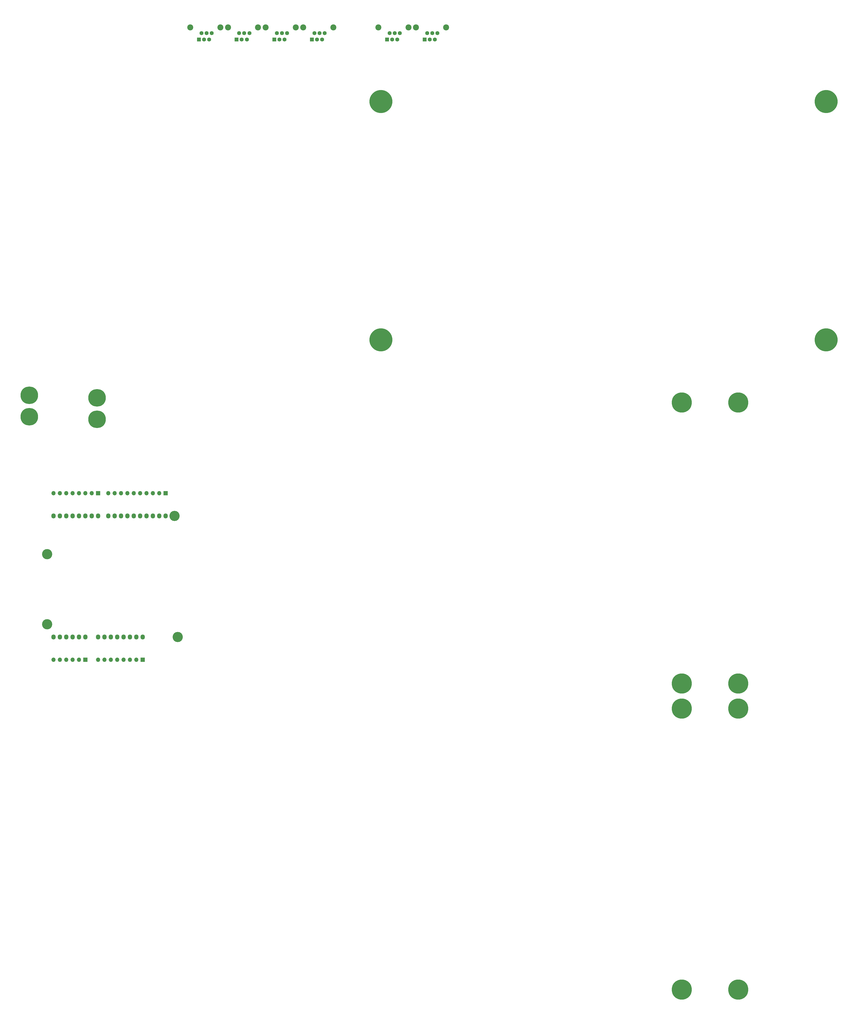
<source format=gbs>
G04 #@! TF.GenerationSoftware,KiCad,Pcbnew,(5.1.9)-1*
G04 #@! TF.CreationDate,2022-01-25T19:13:17-07:00*
G04 #@! TF.ProjectId,Lifting_Mech_PCB_Mount,4c696674-696e-4675-9f4d-6563685f5043,rev?*
G04 #@! TF.SameCoordinates,Original*
G04 #@! TF.FileFunction,Soldermask,Bot*
G04 #@! TF.FilePolarity,Negative*
%FSLAX46Y46*%
G04 Gerber Fmt 4.6, Leading zero omitted, Abs format (unit mm)*
G04 Created by KiCad (PCBNEW (5.1.9)-1) date 2022-01-25 19:13:17*
%MOMM*%
%LPD*%
G01*
G04 APERTURE LIST*
%ADD10C,8.000000*%
%ADD11C,7.000000*%
%ADD12C,2.400000*%
%ADD13C,1.600000*%
%ADD14R,1.600000X1.600000*%
%ADD15O,1.727200X2.032000*%
%ADD16C,4.064000*%
%ADD17C,9.200000*%
%ADD18R,1.700000X1.700000*%
%ADD19O,1.700000X1.700000*%
G04 APERTURE END LIST*
D10*
X300000000Y-153000000D03*
D11*
X66798000Y-159685000D03*
X66798000Y-151135000D03*
X39748000Y-158685000D03*
X39748000Y-150135000D03*
D12*
X116000000Y-3430000D03*
X104000000Y-3430000D03*
D13*
X110510000Y-5730000D03*
X109490000Y-8270000D03*
X108470000Y-5730000D03*
D14*
X107450000Y-8270000D03*
D13*
X112550000Y-5730000D03*
X111530000Y-8270000D03*
D12*
X131000000Y-3430000D03*
X119000000Y-3430000D03*
D13*
X125510000Y-5730000D03*
X124490000Y-8270000D03*
X123470000Y-5730000D03*
D14*
X122450000Y-8270000D03*
D13*
X127550000Y-5730000D03*
X126530000Y-8270000D03*
D12*
X146000000Y-3430000D03*
X134000000Y-3430000D03*
D13*
X140510000Y-5730000D03*
X139490000Y-8270000D03*
X138470000Y-5730000D03*
D14*
X137450000Y-8270000D03*
D13*
X142550000Y-5730000D03*
X141530000Y-8270000D03*
D12*
X161000000Y-3430000D03*
X149000000Y-3430000D03*
D13*
X155510000Y-5730000D03*
X154490000Y-8270000D03*
X153470000Y-5730000D03*
D14*
X152450000Y-8270000D03*
D13*
X157550000Y-5730000D03*
X156530000Y-8270000D03*
D12*
X191000000Y-3430000D03*
X179000000Y-3430000D03*
D13*
X185510000Y-5730000D03*
X184490000Y-8270000D03*
X183470000Y-5730000D03*
D14*
X182450000Y-8270000D03*
D13*
X187550000Y-5730000D03*
X186530000Y-8270000D03*
D12*
X206000000Y-3430000D03*
X194000000Y-3430000D03*
D13*
X200510000Y-5730000D03*
X199490000Y-8270000D03*
X198470000Y-5730000D03*
D14*
X197450000Y-8270000D03*
D13*
X202550000Y-5730000D03*
X201530000Y-8270000D03*
D15*
X84968000Y-246485000D03*
X82428000Y-246485000D03*
X79888000Y-246485000D03*
X77348000Y-246485000D03*
X74808000Y-246485000D03*
X72268000Y-246485000D03*
X69728000Y-246485000D03*
X67188000Y-246485000D03*
X62108000Y-246485000D03*
X59568000Y-246485000D03*
X57028000Y-246485000D03*
X54488000Y-246485000D03*
X51948000Y-246485000D03*
X49408000Y-246485000D03*
X94112000Y-198225000D03*
X91572000Y-198225000D03*
X89032000Y-198225000D03*
X86492000Y-198225000D03*
X83952000Y-198225000D03*
X81412000Y-198225000D03*
X78872000Y-198225000D03*
X76332000Y-198225000D03*
X73792000Y-198225000D03*
X71252000Y-198225000D03*
X67188000Y-198225000D03*
X64648000Y-198225000D03*
X62108000Y-198225000D03*
X59568000Y-198225000D03*
X57028000Y-198225000D03*
X54488000Y-198225000D03*
X51948000Y-198225000D03*
X49408000Y-198225000D03*
D16*
X98938000Y-246485000D03*
X46868000Y-241405000D03*
X97668000Y-198225000D03*
X46868000Y-213465000D03*
D17*
X180000000Y-128000000D03*
X357500000Y-128000000D03*
X357500000Y-33000000D03*
X180000000Y-33000000D03*
D10*
X300000000Y-265000000D03*
X322500000Y-265000000D03*
X300000000Y-387000000D03*
X322500000Y-153000000D03*
X300000000Y-275000000D03*
X322500000Y-275000000D03*
X322500000Y-387000000D03*
D18*
X84968000Y-255530000D03*
D19*
X82428000Y-255530000D03*
X79888000Y-255530000D03*
X77348000Y-255530000D03*
X74808000Y-255530000D03*
X72268000Y-255530000D03*
X69728000Y-255530000D03*
X67188000Y-255530000D03*
D18*
X62108000Y-255530000D03*
D19*
X59568000Y-255530000D03*
X57028000Y-255530000D03*
X54488000Y-255530000D03*
X51948000Y-255530000D03*
X49408000Y-255530000D03*
D18*
X94112000Y-189180000D03*
D19*
X91572000Y-189180000D03*
X89032000Y-189180000D03*
X86492000Y-189180000D03*
X83952000Y-189180000D03*
X81412000Y-189180000D03*
X78872000Y-189180000D03*
X76332000Y-189180000D03*
X73792000Y-189180000D03*
X71252000Y-189180000D03*
X49408000Y-189180000D03*
X51948000Y-189180000D03*
X54488000Y-189180000D03*
X57028000Y-189180000D03*
X59568000Y-189180000D03*
X62108000Y-189180000D03*
X64648000Y-189180000D03*
D18*
X67188000Y-189180000D03*
M02*

</source>
